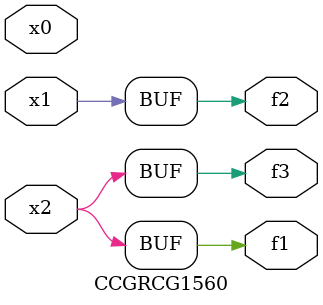
<source format=v>
module CCGRCG1560(
	input x0, x1, x2,
	output f1, f2, f3
);
	assign f1 = x2;
	assign f2 = x1;
	assign f3 = x2;
endmodule

</source>
